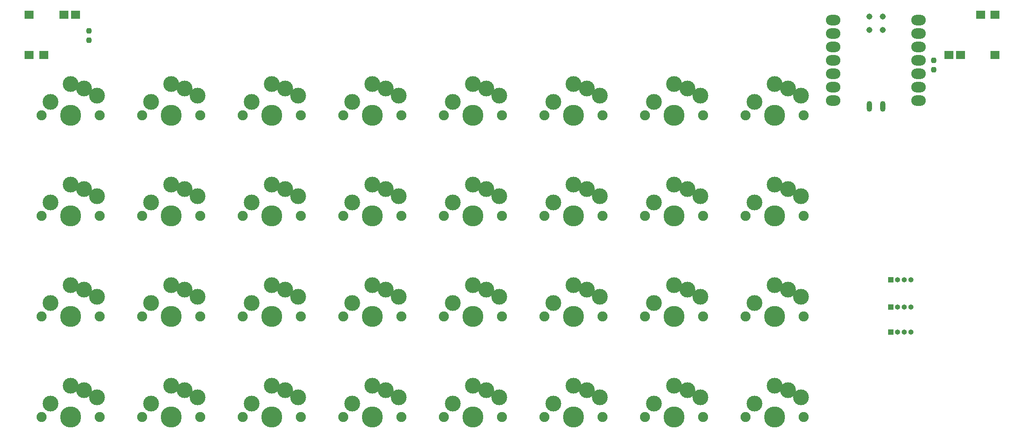
<source format=gts>
%TF.GenerationSoftware,KiCad,Pcbnew,(6.0.8)*%
%TF.CreationDate,2023-01-16T16:58:48+01:00*%
%TF.ProjectId,The Macruwu 2.0,54686520-4d61-4637-9275-777520322e30,rev?*%
%TF.SameCoordinates,Original*%
%TF.FileFunction,Soldermask,Top*%
%TF.FilePolarity,Negative*%
%FSLAX46Y46*%
G04 Gerber Fmt 4.6, Leading zero omitted, Abs format (unit mm)*
G04 Created by KiCad (PCBNEW (6.0.8)) date 2023-01-16 16:58:48*
%MOMM*%
%LPD*%
G01*
G04 APERTURE LIST*
G04 Aperture macros list*
%AMRoundRect*
0 Rectangle with rounded corners*
0 $1 Rounding radius*
0 $2 $3 $4 $5 $6 $7 $8 $9 X,Y pos of 4 corners*
0 Add a 4 corners polygon primitive as box body*
4,1,4,$2,$3,$4,$5,$6,$7,$8,$9,$2,$3,0*
0 Add four circle primitives for the rounded corners*
1,1,$1+$1,$2,$3*
1,1,$1+$1,$4,$5*
1,1,$1+$1,$6,$7*
1,1,$1+$1,$8,$9*
0 Add four rect primitives between the rounded corners*
20,1,$1+$1,$2,$3,$4,$5,0*
20,1,$1+$1,$4,$5,$6,$7,0*
20,1,$1+$1,$6,$7,$8,$9,0*
20,1,$1+$1,$8,$9,$2,$3,0*%
G04 Aperture macros list end*
%ADD10C,1.900000*%
%ADD11C,3.990000*%
%ADD12C,3.000000*%
%ADD13O,2.748280X1.998980*%
%ADD14O,1.016000X2.032000*%
%ADD15C,1.143000*%
%ADD16RoundRect,0.237500X0.237500X-0.250000X0.237500X0.250000X-0.237500X0.250000X-0.237500X-0.250000X0*%
%ADD17R,1.800000X1.650000*%
%ADD18R,1.000000X1.000000*%
%ADD19O,1.000000X1.000000*%
G04 APERTURE END LIST*
D10*
%TO.C,U3*%
X113806000Y-52705000D03*
X102806000Y-52705000D03*
D11*
X108306000Y-52705000D03*
D12*
X113306000Y-48955000D03*
X110846000Y-47625000D03*
X104496000Y-50165000D03*
X108306000Y-46755000D03*
%TD*%
%TO.C,U15*%
X184506000Y-65805000D03*
X187046000Y-66675000D03*
X189506000Y-68005000D03*
D11*
X184506000Y-71755000D03*
D10*
X179006000Y-71755000D03*
D12*
X180696000Y-69215000D03*
D10*
X190006000Y-71755000D03*
%TD*%
D12*
%TO.C,U14*%
X161646000Y-69215000D03*
X165456000Y-65805000D03*
D11*
X165456000Y-71755000D03*
D12*
X170456000Y-68005000D03*
D10*
X159956000Y-71755000D03*
X170956000Y-71755000D03*
D12*
X167996000Y-66675000D03*
%TD*%
%TO.C,U8*%
X199746000Y-50165000D03*
X206096000Y-47625000D03*
D10*
X209056000Y-52705000D03*
X198056000Y-52705000D03*
D12*
X208556000Y-48955000D03*
D11*
X203556000Y-52705000D03*
D12*
X203556000Y-46755000D03*
%TD*%
D10*
%TO.C,U5*%
X151906000Y-52705000D03*
X140906000Y-52705000D03*
D11*
X146406000Y-52705000D03*
D12*
X146406000Y-46755000D03*
X148946000Y-47625000D03*
X151406000Y-48955000D03*
X142596000Y-50165000D03*
%TD*%
D10*
%TO.C,U22*%
X170956000Y-90805000D03*
D11*
X165456000Y-90805000D03*
D12*
X170456000Y-87055000D03*
D10*
X159956000Y-90805000D03*
D12*
X161646000Y-88265000D03*
X167996000Y-85725000D03*
X165456000Y-84855000D03*
%TD*%
D13*
%TO.C,U33*%
X214595710Y-34656490D03*
X214595710Y-37196490D03*
X214595710Y-39736490D03*
X214595710Y-42276490D03*
X214595710Y-44816490D03*
X214595710Y-47356490D03*
X214595710Y-49896490D03*
X230760270Y-49896490D03*
X230760270Y-47356490D03*
X230760270Y-44816490D03*
X230760270Y-42276490D03*
X230760270Y-39736490D03*
X230760270Y-37196490D03*
X230760270Y-34656490D03*
D14*
X221462590Y-50974310D03*
X224012590Y-50974310D03*
D15*
X221461393Y-33970123D03*
X224001393Y-33970123D03*
X221461393Y-36510123D03*
X224001393Y-36510123D03*
%TD*%
D12*
%TO.C,U16*%
X203556000Y-65805000D03*
X199746000Y-69215000D03*
D10*
X198056000Y-71755000D03*
D11*
X203556000Y-71755000D03*
D12*
X206096000Y-66675000D03*
X208556000Y-68005000D03*
D10*
X209056000Y-71755000D03*
%TD*%
%TO.C,U18*%
X83756000Y-90805000D03*
D12*
X91796000Y-85725000D03*
X89256000Y-84855000D03*
D10*
X94756000Y-90805000D03*
D11*
X89256000Y-90805000D03*
D12*
X94256000Y-87055000D03*
X85446000Y-88265000D03*
%TD*%
%TO.C,U28*%
X132356000Y-106105000D03*
X123546000Y-107315000D03*
X129896000Y-104775000D03*
D10*
X132856000Y-109855000D03*
D11*
X127356000Y-109855000D03*
D12*
X127356000Y-103905000D03*
D10*
X121856000Y-109855000D03*
%TD*%
D16*
%TO.C,R3*%
X73660000Y-38504500D03*
X73660000Y-36679500D03*
%TD*%
D12*
%TO.C,U17*%
X72746000Y-85725000D03*
D10*
X75706000Y-90805000D03*
D11*
X70206000Y-90805000D03*
D10*
X64706000Y-90805000D03*
D12*
X66396000Y-88265000D03*
X75206000Y-87055000D03*
X70206000Y-84855000D03*
%TD*%
%TO.C,U20*%
X127356000Y-84855000D03*
D10*
X121856000Y-90805000D03*
D12*
X129896000Y-85725000D03*
X132356000Y-87055000D03*
D11*
X127356000Y-90805000D03*
D12*
X123546000Y-88265000D03*
D10*
X132856000Y-90805000D03*
%TD*%
%TO.C,U32*%
X198056000Y-109855000D03*
D12*
X206096000Y-104775000D03*
X203556000Y-103905000D03*
X199746000Y-107315000D03*
D11*
X203556000Y-109855000D03*
D12*
X208556000Y-106105000D03*
D10*
X209056000Y-109855000D03*
%TD*%
%TO.C,U2*%
X83756000Y-52705000D03*
D12*
X91796000Y-47625000D03*
X89256000Y-46755000D03*
D11*
X89256000Y-52705000D03*
D12*
X94256000Y-48955000D03*
D10*
X94756000Y-52705000D03*
D12*
X85446000Y-50165000D03*
%TD*%
%TO.C,U9*%
X72746000Y-66675000D03*
X70206000Y-65805000D03*
D10*
X64706000Y-71755000D03*
D12*
X75206000Y-68005000D03*
X66396000Y-69215000D03*
D11*
X70206000Y-71755000D03*
D10*
X75706000Y-71755000D03*
%TD*%
D12*
%TO.C,U10*%
X94256000Y-68005000D03*
X89256000Y-65805000D03*
X91796000Y-66675000D03*
D11*
X89256000Y-71755000D03*
D12*
X85446000Y-69215000D03*
D10*
X83756000Y-71755000D03*
X94756000Y-71755000D03*
%TD*%
D12*
%TO.C,U29*%
X142596000Y-107315000D03*
D10*
X151906000Y-109855000D03*
D11*
X146406000Y-109855000D03*
D10*
X140906000Y-109855000D03*
D12*
X151406000Y-106105000D03*
X148946000Y-104775000D03*
X146406000Y-103905000D03*
%TD*%
%TO.C,U25*%
X70206000Y-103905000D03*
D10*
X64706000Y-109855000D03*
D12*
X75206000Y-106105000D03*
X66396000Y-107315000D03*
D10*
X75706000Y-109855000D03*
D11*
X70206000Y-109855000D03*
D12*
X72746000Y-104775000D03*
%TD*%
D17*
%TO.C,S1*%
X62320000Y-41290000D03*
X68870000Y-33640000D03*
X65070000Y-41290000D03*
X62320000Y-33640000D03*
X71070000Y-33640000D03*
%TD*%
D10*
%TO.C,U23*%
X179006000Y-90805000D03*
D12*
X180696000Y-88265000D03*
D11*
X184506000Y-90805000D03*
D12*
X187046000Y-85725000D03*
D10*
X190006000Y-90805000D03*
D12*
X184506000Y-84855000D03*
X189506000Y-87055000D03*
%TD*%
%TO.C,U31*%
X189506000Y-106105000D03*
D10*
X190006000Y-109855000D03*
D12*
X180696000Y-107315000D03*
D11*
X184506000Y-109855000D03*
D10*
X179006000Y-109855000D03*
D12*
X184506000Y-103905000D03*
X187046000Y-104775000D03*
%TD*%
%TO.C,U6*%
X167996000Y-47625000D03*
X170456000Y-48955000D03*
X165456000Y-46755000D03*
D10*
X170956000Y-52705000D03*
D12*
X161646000Y-50165000D03*
D10*
X159956000Y-52705000D03*
D11*
X165456000Y-52705000D03*
%TD*%
D18*
%TO.C,J2*%
X225557000Y-89027000D03*
D19*
X226827000Y-89027000D03*
X228097000Y-89027000D03*
X229367000Y-89027000D03*
%TD*%
D10*
%TO.C,U12*%
X121856000Y-71755000D03*
D12*
X132356000Y-68005000D03*
X123546000Y-69215000D03*
X127356000Y-65805000D03*
D11*
X127356000Y-71755000D03*
D12*
X129896000Y-66675000D03*
D10*
X132856000Y-71755000D03*
%TD*%
D11*
%TO.C,U4*%
X127356000Y-52705000D03*
D10*
X121856000Y-52705000D03*
X132856000Y-52705000D03*
D12*
X127356000Y-46755000D03*
X129896000Y-47625000D03*
X132356000Y-48955000D03*
X123546000Y-50165000D03*
%TD*%
%TO.C,U7*%
X187046000Y-47625000D03*
X180696000Y-50165000D03*
D10*
X190006000Y-52705000D03*
D12*
X184506000Y-46755000D03*
X189506000Y-48955000D03*
D10*
X179006000Y-52705000D03*
D11*
X184506000Y-52705000D03*
%TD*%
D16*
%TO.C,R4*%
X233680000Y-44092500D03*
X233680000Y-42267500D03*
%TD*%
D18*
%TO.C,J3*%
X225557000Y-93726000D03*
D19*
X226827000Y-93726000D03*
X228097000Y-93726000D03*
X229367000Y-93726000D03*
%TD*%
D17*
%TO.C,S2*%
X245274000Y-33640000D03*
X238724000Y-41290000D03*
X242524000Y-33640000D03*
X245274000Y-41290000D03*
X236524000Y-41290000D03*
%TD*%
D12*
%TO.C,U19*%
X108306000Y-84855000D03*
D10*
X113806000Y-90805000D03*
D12*
X104496000Y-88265000D03*
D11*
X108306000Y-90805000D03*
D12*
X110846000Y-85725000D03*
D10*
X102806000Y-90805000D03*
D12*
X113306000Y-87055000D03*
%TD*%
D18*
%TO.C,J1*%
X225557000Y-83820000D03*
D19*
X226827000Y-83820000D03*
X228097000Y-83820000D03*
X229367000Y-83820000D03*
%TD*%
D10*
%TO.C,U30*%
X170956000Y-109855000D03*
D12*
X167996000Y-104775000D03*
X161646000Y-107315000D03*
X170456000Y-106105000D03*
D11*
X165456000Y-109855000D03*
D10*
X159956000Y-109855000D03*
D12*
X165456000Y-103905000D03*
%TD*%
%TO.C,U1*%
X75206000Y-48955000D03*
X66396000Y-50165000D03*
X72746000Y-47625000D03*
D10*
X64706000Y-52705000D03*
D11*
X70206000Y-52705000D03*
D12*
X70206000Y-46755000D03*
D10*
X75706000Y-52705000D03*
%TD*%
D11*
%TO.C,U11*%
X108306000Y-71755000D03*
D12*
X108306000Y-65805000D03*
X110846000Y-66675000D03*
X104496000Y-69215000D03*
D10*
X102806000Y-71755000D03*
X113806000Y-71755000D03*
D12*
X113306000Y-68005000D03*
%TD*%
%TO.C,U26*%
X89256000Y-103905000D03*
D10*
X83756000Y-109855000D03*
D12*
X94256000Y-106105000D03*
X85446000Y-107315000D03*
D11*
X89256000Y-109855000D03*
D12*
X91796000Y-104775000D03*
D10*
X94756000Y-109855000D03*
%TD*%
D11*
%TO.C,U24*%
X203556000Y-90805000D03*
D10*
X209056000Y-90805000D03*
D12*
X199746000Y-88265000D03*
X203556000Y-84855000D03*
X208556000Y-87055000D03*
X206096000Y-85725000D03*
D10*
X198056000Y-90805000D03*
%TD*%
D12*
%TO.C,U21*%
X148946000Y-85725000D03*
D10*
X151906000Y-90805000D03*
X140906000Y-90805000D03*
D12*
X142596000Y-88265000D03*
D11*
X146406000Y-90805000D03*
D12*
X146406000Y-84855000D03*
X151406000Y-87055000D03*
%TD*%
D11*
%TO.C,U27*%
X108306000Y-109855000D03*
D12*
X104496000Y-107315000D03*
X108306000Y-103905000D03*
D10*
X113806000Y-109855000D03*
D12*
X113306000Y-106105000D03*
D10*
X102806000Y-109855000D03*
D12*
X110846000Y-104775000D03*
%TD*%
D11*
%TO.C,U13*%
X146406000Y-71755000D03*
D10*
X151906000Y-71755000D03*
X140906000Y-71755000D03*
D12*
X142596000Y-69215000D03*
X148946000Y-66675000D03*
X151406000Y-68005000D03*
X146406000Y-65805000D03*
%TD*%
M02*

</source>
